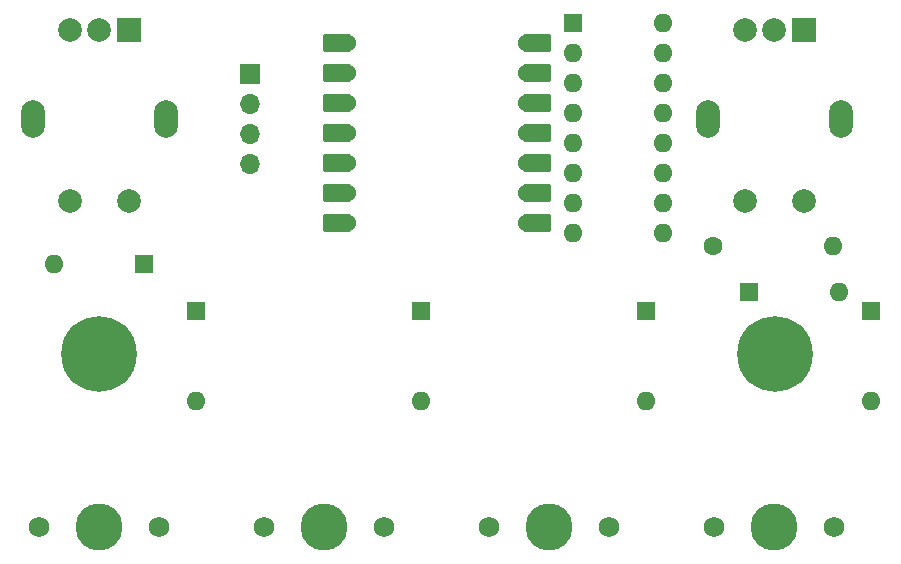
<source format=gbr>
%TF.GenerationSoftware,KiCad,Pcbnew,8.0.3*%
%TF.CreationDate,2024-10-21T20:57:23+02:00*%
%TF.ProjectId,trains_macropad,74726169-6e73-45f6-9d61-63726f706164,rev?*%
%TF.SameCoordinates,Original*%
%TF.FileFunction,Soldermask,Top*%
%TF.FilePolarity,Negative*%
%FSLAX46Y46*%
G04 Gerber Fmt 4.6, Leading zero omitted, Abs format (unit mm)*
G04 Created by KiCad (PCBNEW 8.0.3) date 2024-10-21 20:57:23*
%MOMM*%
%LPD*%
G01*
G04 APERTURE LIST*
G04 Aperture macros list*
%AMRoundRect*
0 Rectangle with rounded corners*
0 $1 Rounding radius*
0 $2 $3 $4 $5 $6 $7 $8 $9 X,Y pos of 4 corners*
0 Add a 4 corners polygon primitive as box body*
4,1,4,$2,$3,$4,$5,$6,$7,$8,$9,$2,$3,0*
0 Add four circle primitives for the rounded corners*
1,1,$1+$1,$2,$3*
1,1,$1+$1,$4,$5*
1,1,$1+$1,$6,$7*
1,1,$1+$1,$8,$9*
0 Add four rect primitives between the rounded corners*
20,1,$1+$1,$2,$3,$4,$5,0*
20,1,$1+$1,$4,$5,$6,$7,0*
20,1,$1+$1,$6,$7,$8,$9,0*
20,1,$1+$1,$8,$9,$2,$3,0*%
G04 Aperture macros list end*
%ADD10C,0.800000*%
%ADD11C,6.400000*%
%ADD12RoundRect,0.152400X1.063600X0.609600X-1.063600X0.609600X-1.063600X-0.609600X1.063600X-0.609600X0*%
%ADD13C,1.524000*%
%ADD14RoundRect,0.152400X-1.063600X-0.609600X1.063600X-0.609600X1.063600X0.609600X-1.063600X0.609600X0*%
%ADD15R,1.600000X1.600000*%
%ADD16O,1.600000X1.600000*%
%ADD17O,2.000000X3.200000*%
%ADD18R,2.000000X2.000000*%
%ADD19C,2.000000*%
%ADD20C,1.750000*%
%ADD21C,3.987800*%
%ADD22C,1.600000*%
%ADD23R,1.700000X1.700000*%
%ADD24O,1.700000X1.700000*%
G04 APERTURE END LIST*
D10*
%TO.C,REF\u002A\u002A*%
X157200000Y-104400000D03*
X157902944Y-102702944D03*
X157902944Y-106097056D03*
X159600000Y-102000000D03*
D11*
X159600000Y-104400000D03*
D10*
X159600000Y-106800000D03*
X161297056Y-102702944D03*
X161297056Y-106097056D03*
X162000000Y-104400000D03*
%TD*%
%TO.C,REF\u002A\u002A*%
X100000000Y-104400000D03*
X100702944Y-102702944D03*
X100702944Y-106097056D03*
X102400000Y-102000000D03*
D11*
X102400000Y-104400000D03*
D10*
X102400000Y-106800000D03*
X104097056Y-102702944D03*
X104097056Y-106097056D03*
X104800000Y-104400000D03*
%TD*%
D12*
%TO.C,U1*%
X122520000Y-78098500D03*
D13*
X123355000Y-78098500D03*
D12*
X122520000Y-80638500D03*
D13*
X123355000Y-80638500D03*
D12*
X122520000Y-83178500D03*
D13*
X123355000Y-83178500D03*
D12*
X122520000Y-85718500D03*
D13*
X123355000Y-85718500D03*
D12*
X122520000Y-88258500D03*
D13*
X123355000Y-88258500D03*
D12*
X122520000Y-90798500D03*
D13*
X123355000Y-90798500D03*
D12*
X122520000Y-93338500D03*
D13*
X123355000Y-93338500D03*
X138595000Y-93338500D03*
D14*
X139430000Y-93338500D03*
D13*
X138595000Y-90798500D03*
D14*
X139430000Y-90798500D03*
D13*
X138595000Y-88258500D03*
D14*
X139430000Y-88258500D03*
D13*
X138595000Y-85718500D03*
D14*
X139430000Y-85718500D03*
D13*
X138595000Y-83178500D03*
D14*
X139430000Y-83178500D03*
D13*
X138595000Y-80638500D03*
D14*
X139430000Y-80638500D03*
D13*
X138595000Y-78098500D03*
D14*
X139430000Y-78098500D03*
%TD*%
D15*
%TO.C,D7*%
X157390000Y-99200000D03*
D16*
X165010000Y-99200000D03*
%TD*%
D17*
%TO.C,SW6*%
X165150000Y-84500000D03*
X153950000Y-84500000D03*
D18*
X162050000Y-77000000D03*
D19*
X157050000Y-77000000D03*
X159550000Y-77000000D03*
X157050000Y-91500000D03*
X162050000Y-91500000D03*
%TD*%
D20*
%TO.C,SW4*%
X154463750Y-119062500D03*
D21*
X159543750Y-119062500D03*
D20*
X164623750Y-119062500D03*
%TD*%
D15*
%TO.C,U2*%
X142480000Y-76400000D03*
D16*
X142480000Y-78940000D03*
X142480000Y-81480000D03*
X142480000Y-84020000D03*
X142480000Y-86560000D03*
X142480000Y-89100000D03*
X142480000Y-91640000D03*
X142480000Y-94180000D03*
X150100000Y-94180000D03*
X150100000Y-91640000D03*
X150100000Y-89100000D03*
X150100000Y-86560000D03*
X150100000Y-84020000D03*
X150100000Y-81480000D03*
X150100000Y-78940000D03*
X150100000Y-76400000D03*
%TD*%
D22*
%TO.C,R1*%
X154320000Y-95300000D03*
D16*
X164480000Y-95300000D03*
%TD*%
D15*
%TO.C,D5*%
X167700000Y-100790000D03*
D16*
X167700000Y-108410000D03*
%TD*%
D15*
%TO.C,D6*%
X106210000Y-96800000D03*
D16*
X98590000Y-96800000D03*
%TD*%
D15*
%TO.C,D3*%
X129600000Y-100790000D03*
D16*
X129600000Y-108410000D03*
%TD*%
D17*
%TO.C,SW5*%
X108000000Y-84500000D03*
X96800000Y-84500000D03*
D18*
X104900000Y-77000000D03*
D19*
X99900000Y-77000000D03*
X102400000Y-77000000D03*
X99900000Y-91500000D03*
X104900000Y-91500000D03*
%TD*%
D20*
%TO.C,SW2*%
X116363750Y-119062500D03*
D21*
X121443750Y-119062500D03*
D20*
X126523750Y-119062500D03*
%TD*%
%TO.C,SW1*%
X97313750Y-119062500D03*
D21*
X102393750Y-119062500D03*
D20*
X107473750Y-119062500D03*
%TD*%
D15*
%TO.C,D4*%
X148700000Y-100790000D03*
D16*
X148700000Y-108410000D03*
%TD*%
D23*
%TO.C,J1*%
X115125000Y-80700000D03*
D24*
X115125000Y-83240000D03*
X115125000Y-85780000D03*
X115125000Y-88320000D03*
%TD*%
D20*
%TO.C,SW3*%
X135413750Y-119062500D03*
D21*
X140493750Y-119062500D03*
D20*
X145573750Y-119062500D03*
%TD*%
D15*
%TO.C,D2*%
X110600000Y-100790000D03*
D16*
X110600000Y-108410000D03*
%TD*%
M02*

</source>
